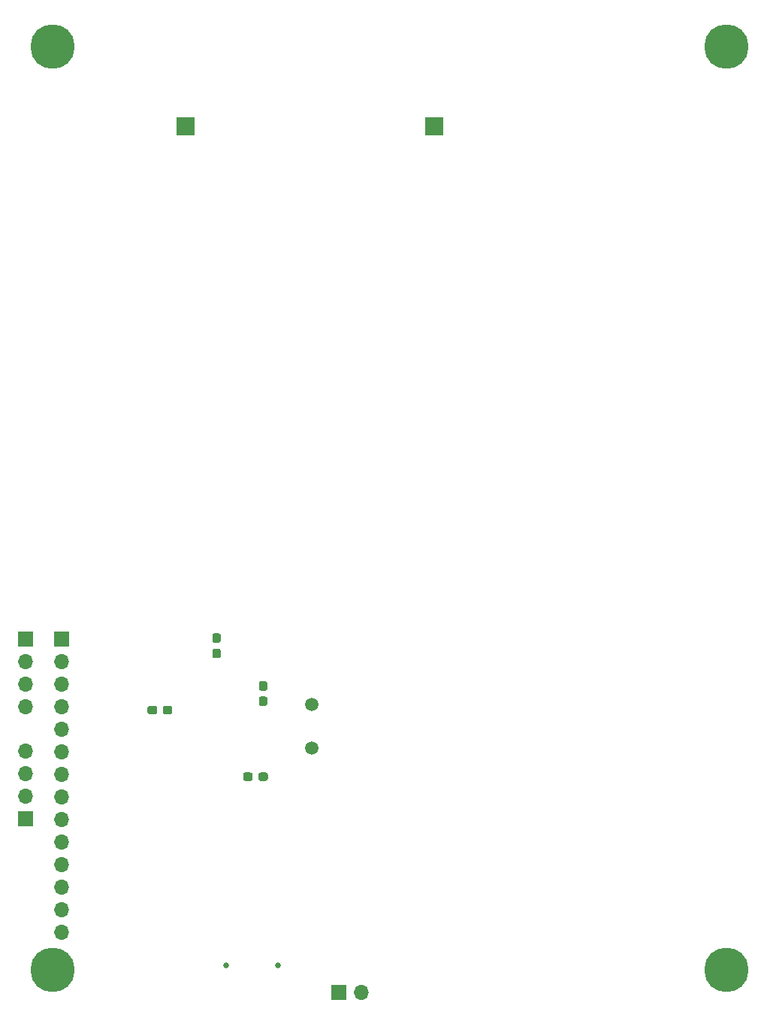
<source format=gbs>
G04 #@! TF.GenerationSoftware,KiCad,Pcbnew,(5.1.10)-1*
G04 #@! TF.CreationDate,2021-09-06T19:40:46-04:00*
G04 #@! TF.ProjectId,Lithium_Ion_Pack,4c697468-6975-46d5-9f49-6f6e5f506163,A0*
G04 #@! TF.SameCoordinates,Original*
G04 #@! TF.FileFunction,Soldermask,Bot*
G04 #@! TF.FilePolarity,Negative*
%FSLAX46Y46*%
G04 Gerber Fmt 4.6, Leading zero omitted, Abs format (unit mm)*
G04 Created by KiCad (PCBNEW (5.1.10)-1) date 2021-09-06 19:40:46*
%MOMM*%
%LPD*%
G01*
G04 APERTURE LIST*
%ADD10O,1.700000X1.700000*%
%ADD11R,1.700000X1.700000*%
%ADD12C,1.500000*%
%ADD13C,0.650000*%
%ADD14C,5.000000*%
%ADD15C,2.900000*%
%ADD16R,2.000000X2.000000*%
G04 APERTURE END LIST*
G36*
G01*
X123762500Y-113075000D02*
X124237500Y-113075000D01*
G75*
G02*
X124475000Y-113312500I0J-237500D01*
G01*
X124475000Y-113912500D01*
G75*
G02*
X124237500Y-114150000I-237500J0D01*
G01*
X123762500Y-114150000D01*
G75*
G02*
X123525000Y-113912500I0J237500D01*
G01*
X123525000Y-113312500D01*
G75*
G02*
X123762500Y-113075000I237500J0D01*
G01*
G37*
G36*
G01*
X123762500Y-111350000D02*
X124237500Y-111350000D01*
G75*
G02*
X124475000Y-111587500I0J-237500D01*
G01*
X124475000Y-112187500D01*
G75*
G02*
X124237500Y-112425000I-237500J0D01*
G01*
X123762500Y-112425000D01*
G75*
G02*
X123525000Y-112187500I0J237500D01*
G01*
X123525000Y-111587500D01*
G75*
G02*
X123762500Y-111350000I237500J0D01*
G01*
G37*
G36*
G01*
X129012500Y-118462500D02*
X129487500Y-118462500D01*
G75*
G02*
X129725000Y-118700000I0J-237500D01*
G01*
X129725000Y-119300000D01*
G75*
G02*
X129487500Y-119537500I-237500J0D01*
G01*
X129012500Y-119537500D01*
G75*
G02*
X128775000Y-119300000I0J237500D01*
G01*
X128775000Y-118700000D01*
G75*
G02*
X129012500Y-118462500I237500J0D01*
G01*
G37*
G36*
G01*
X129012500Y-116737500D02*
X129487500Y-116737500D01*
G75*
G02*
X129725000Y-116975000I0J-237500D01*
G01*
X129725000Y-117575000D01*
G75*
G02*
X129487500Y-117812500I-237500J0D01*
G01*
X129012500Y-117812500D01*
G75*
G02*
X128775000Y-117575000I0J237500D01*
G01*
X128775000Y-116975000D01*
G75*
G02*
X129012500Y-116737500I237500J0D01*
G01*
G37*
G36*
G01*
X117287500Y-119762500D02*
X117287500Y-120237500D01*
G75*
G02*
X117050000Y-120475000I-237500J0D01*
G01*
X116450000Y-120475000D01*
G75*
G02*
X116212500Y-120237500I0J237500D01*
G01*
X116212500Y-119762500D01*
G75*
G02*
X116450000Y-119525000I237500J0D01*
G01*
X117050000Y-119525000D01*
G75*
G02*
X117287500Y-119762500I0J-237500D01*
G01*
G37*
G36*
G01*
X119012500Y-119762500D02*
X119012500Y-120237500D01*
G75*
G02*
X118775000Y-120475000I-237500J0D01*
G01*
X118175000Y-120475000D01*
G75*
G02*
X117937500Y-120237500I0J237500D01*
G01*
X117937500Y-119762500D01*
G75*
G02*
X118175000Y-119525000I237500J0D01*
G01*
X118775000Y-119525000D01*
G75*
G02*
X119012500Y-119762500I0J-237500D01*
G01*
G37*
G36*
G01*
X128062500Y-127262500D02*
X128062500Y-127737500D01*
G75*
G02*
X127825000Y-127975000I-237500J0D01*
G01*
X127225000Y-127975000D01*
G75*
G02*
X126987500Y-127737500I0J237500D01*
G01*
X126987500Y-127262500D01*
G75*
G02*
X127225000Y-127025000I237500J0D01*
G01*
X127825000Y-127025000D01*
G75*
G02*
X128062500Y-127262500I0J-237500D01*
G01*
G37*
G36*
G01*
X129787500Y-127262500D02*
X129787500Y-127737500D01*
G75*
G02*
X129550000Y-127975000I-237500J0D01*
G01*
X128950000Y-127975000D01*
G75*
G02*
X128712500Y-127737500I0J237500D01*
G01*
X128712500Y-127262500D01*
G75*
G02*
X128950000Y-127025000I237500J0D01*
G01*
X129550000Y-127025000D01*
G75*
G02*
X129787500Y-127262500I0J-237500D01*
G01*
G37*
D10*
X140290000Y-151750000D03*
D11*
X137750000Y-151750000D03*
D12*
X134750000Y-119370000D03*
X134750000Y-124250000D03*
D10*
X106500000Y-145020000D03*
X106500000Y-142480000D03*
X106500000Y-139940000D03*
X106500000Y-137400000D03*
X106500000Y-134860000D03*
X106500000Y-132320000D03*
X106500000Y-129780000D03*
X106500000Y-127240000D03*
X106500000Y-124700000D03*
X106500000Y-122160000D03*
X106500000Y-119620000D03*
X106500000Y-117080000D03*
X106500000Y-114540000D03*
D11*
X106500000Y-112000000D03*
D10*
X102500000Y-119620000D03*
X102500000Y-117080000D03*
X102500000Y-114540000D03*
D11*
X102500000Y-112000000D03*
D10*
X102500000Y-124630000D03*
X102500000Y-127170000D03*
X102500000Y-129710000D03*
D11*
X102500000Y-132250000D03*
D13*
X125110000Y-148750000D03*
X130890000Y-148750000D03*
D14*
X105500000Y-149250000D03*
D15*
X105500000Y-149250000D03*
D14*
X105500000Y-45250000D03*
D15*
X105500000Y-45250000D03*
D14*
X181500000Y-45250000D03*
D15*
X181500000Y-45250000D03*
D14*
X181500000Y-149250000D03*
D15*
X181500000Y-149250000D03*
D16*
X120500000Y-54250000D03*
X148500000Y-54250000D03*
M02*

</source>
